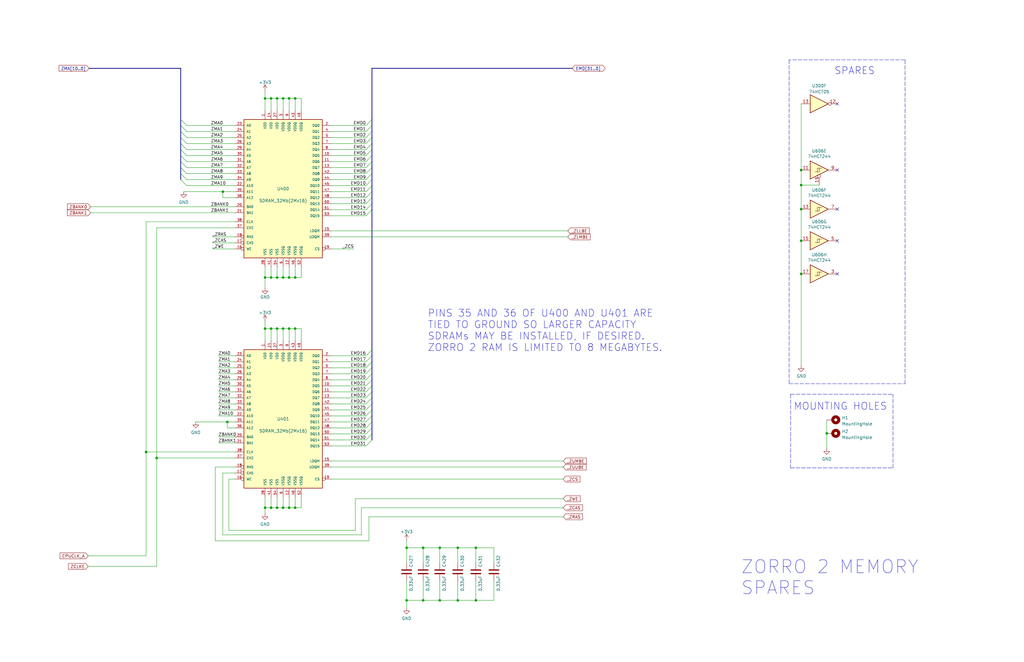
<source format=kicad_sch>
(kicad_sch (version 20211123) (generator eeschema)
  (paper "B")
  (title_block (title "Amiga N2630") (date "2022-05-25") (rev "1.1"))
  (lib_symbols
    (symbol "74xx:74LS05" (pin_names (offset 1.016))
      (property "Reference" "U" (at 0 1.27 0))
      (property "Value" "74LS05" (at 0 -1.27 0))
      (symbol "74LS05_1_0"
        (polyline (pts (xy -3.81 3.81) (xy -3.81 -3.81) (xy 3.81 0) (xy -3.81 3.81)) (stroke (width 0.254)) (fill (type background)))
        (pin input line (at -7.62 0 0) (length 3.81) (name "~") (number "1"))
        (pin open_collector inverted (at 7.62 0 180) (length 3.81) (name "~") (number "2"))
      )
      (symbol "74LS05_2_0"
        (polyline (pts (xy -3.81 3.81) (xy -3.81 -3.81) (xy 3.81 0) (xy -3.81 3.81)) (stroke (width 0.254)) (fill (type background)))
        (pin input line (at -7.62 0 0) (length 3.81) (name "~") (number "3"))
        (pin open_collector inverted (at 7.62 0 180) (length 3.81) (name "~") (number "4"))
      )
      (symbol "74LS05_3_0"
        (polyline (pts (xy -3.81 3.81) (xy -3.81 -3.81) (xy 3.81 0) (xy -3.81 3.81)) (stroke (width 0.254)) (fill (type background)))
        (pin input line (at -7.62 0 0) (length 3.81) (name "~") (number "5"))
        (pin open_collector inverted (at 7.62 0 180) (length 3.81) (name "~") (number "6"))
      )
      (symbol "74LS05_4_0"
        (polyline (pts (xy -3.81 3.81) (xy -3.81 -3.81) (xy 3.81 0) (xy -3.81 3.81)) (stroke (width 0.254)) (fill (type background)))
        (pin open_collector inverted (at 7.62 0 180) (length 3.81) (name "~") (number "8"))
        (pin input line (at -7.62 0 0) (length 3.81) (name "~") (number "9"))
      )
      (symbol "74LS05_5_0"
        (polyline (pts (xy -3.81 3.81) (xy -3.81 -3.81) (xy 3.81 0) (xy -3.81 3.81)) (stroke (width 0.254)) (fill (type background)))
        (pin open_collector inverted (at 7.62 0 180) (length 3.81) (name "~") (number "10"))
        (pin input line (at -7.62 0 0) (length 3.81) (name "~") (number "11"))
      )
      (symbol "74LS05_6_0"
        (polyline (pts (xy -3.81 3.81) (xy -3.81 -3.81) (xy 3.81 0) (xy -3.81 3.81)) (stroke (width 0.254)) (fill (type background)))
        (pin open_collector inverted (at 7.62 0 180) (length 3.81) (name "~") (number "12"))
        (pin input line (at -7.62 0 0) (length 3.81) (name "~") (number "13"))
      )
      (symbol "74LS05_7_0"
        (pin power_in line (at 0 12.7 270) (length 5.08) (name "VCC") (number "14"))
        (pin power_in line (at 0 -12.7 90) (length 5.08) (name "GND") (number "7"))
      )
      (symbol "74LS05_7_1"
        (rectangle (start -5.08 7.62) (end 5.08 -7.62) (stroke (width 0.254)) (fill (type background)))
      )
    )
    (symbol "74xx:74LS244_Split"
      (property "Reference" "U" (at 0 1.27 0))
      (property "Value" "74LS244_Split" (at 0 -1.27 0))
      (symbol "74LS244_Split_1_0"
        (polyline (pts (xy -3.81 3.81) (xy -3.81 -3.81) (xy 3.81 0) (xy -3.81 3.81)) (stroke (width 0.254)) (fill (type background)))
        (pin input inverted (at 0 -6.35 90) (length 4.445) (name "~") (number "1"))
        (pin tri_state line (at 7.62 0 180) (length 3.81) (name "~") (number "18"))
        (pin input line (at -7.62 0 0) (length 3.81) (name "~") (number "2"))
      )
      (symbol "74LS244_Split_1_1"
        (polyline (pts (xy 0 0.762) (xy 0 -0.762) (xy -1.778 -0.762)))
        (polyline (pts (xy 1.016 0.762) (xy -0.762 0.762) (xy -0.762 -0.762)))
      )
      (symbol "74LS244_Split_2_0"
        (polyline (pts (xy -3.81 3.81) (xy -3.81 -3.81) (xy 3.81 0) (xy -3.81 3.81)) (stroke (width 0.254)) (fill (type background)))
        (pin tri_state line (at 7.62 0 180) (length 3.81) (name "~") (number "16"))
        (pin input line (at -7.62 0 0) (length 3.81) (name "~") (number "4"))
      )
      (symbol "74LS244_Split_2_1"
        (polyline (pts (xy 0 0.762) (xy 0 -0.762) (xy -1.778 -0.762)))
        (polyline (pts (xy 1.016 0.762) (xy -0.762 0.762) (xy -0.762 -0.762)))
      )
      (symbol "74LS244_Split_3_0"
        (polyline (pts (xy -3.81 3.81) (xy -3.81 -3.81) (xy 3.81 0) (xy -3.81 3.81)) (stroke (width 0.254)) (fill (type background)))
        (pin tri_state line (at 7.62 0 180) (length 3.81) (name "~") (number "14"))
        (pin input line (at -7.62 0 0) (length 3.81) (name "~") (number "6"))
      )
      (symbol "74LS244_Split_3_1"
        (polyline (pts (xy 0 0.762) (xy 0 -0.762) (xy -1.778 -0.762)))
        (polyline (pts (xy 1.016 0.762) (xy -0.762 0.762) (xy -0.762 -0.762)))
      )
      (symbol "74LS244_Split_4_0"
        (polyline (pts (xy -3.81 3.81) (xy -3.81 -3.81) (xy 3.81 0) (xy -3.81 3.81)) (stroke (width 0.254)) (fill (type background)))
        (pin tri_state line (at 7.62 0 180) (length 3.81) (name "~") (number "12"))
        (pin input line (at -7.62 0 0) (length 3.81) (name "~") (number "8"))
      )
      (symbol "74LS244_Split_4_1"
        (polyline (pts (xy 0 0.762) (xy 0 -0.762) (xy -1.778 -0.762)))
        (polyline (pts (xy 1.016 0.762) (xy -0.762 0.762) (xy -0.762 -0.762)))
      )
      (symbol "74LS244_Split_5_0"
        (polyline (pts (xy -3.81 3.81) (xy -3.81 -3.81) (xy 3.81 0) (xy -3.81 3.81)) (stroke (width 0.254)) (fill (type background)))
        (pin input line (at -7.62 0 0) (length 3.81) (name "~") (number "11"))
        (pin input inverted (at 0 -6.35 90) (length 4.445) (name "~") (number "19"))
        (pin tri_state line (at 7.62 0 180) (length 3.81) (name "~") (number "9"))
      )
      (symbol "74LS244_Split_5_1"
        (polyline (pts (xy 0 0.762) (xy 0 -0.762) (xy -1.778 -0.762)))
        (polyline (pts (xy 1.016 0.762) (xy -0.762 0.762) (xy -0.762 -0.762)))
      )
      (symbol "74LS244_Split_6_0"
        (polyline (pts (xy -3.81 3.81) (xy -3.81 -3.81) (xy 3.81 0) (xy -3.81 3.81)) (stroke (width 0.254)) (fill (type background)))
        (pin input line (at -7.62 0 0) (length 3.81) (name "~") (number "13"))
        (pin tri_state line (at 7.62 0 180) (length 3.81) (name "~") (number "7"))
      )
      (symbol "74LS244_Split_6_1"
        (polyline (pts (xy 0 0.762) (xy 0 -0.762) (xy -1.778 -0.762)))
        (polyline (pts (xy 1.016 0.762) (xy -0.762 0.762) (xy -0.762 -0.762)))
      )
      (symbol "74LS244_Split_7_0"
        (polyline (pts (xy -3.81 3.81) (xy -3.81 -3.81) (xy 3.81 0) (xy -3.81 3.81)) (stroke (width 0.254)) (fill (type background)))
        (pin input line (at -7.62 0 0) (length 3.81) (name "~") (number "15"))
        (pin tri_state line (at 7.62 0 180) (length 3.81) (name "~") (number "5"))
      )
      (symbol "74LS244_Split_7_1"
        (polyline (pts (xy 0 0.762) (xy 0 -0.762) (xy -1.778 -0.762)))
        (polyline (pts (xy 1.016 0.762) (xy -0.762 0.762) (xy -0.762 -0.762)))
      )
      (symbol "74LS244_Split_8_0"
        (polyline (pts (xy -3.81 3.81) (xy -3.81 -3.81) (xy 3.81 0) (xy -3.81 3.81)) (stroke (width 0.254)) (fill (type background)))
        (pin input line (at -7.62 0 0) (length 3.81) (name "~") (number "17"))
        (pin tri_state line (at 7.62 0 180) (length 3.81) (name "~") (number "3"))
      )
      (symbol "74LS244_Split_8_1"
        (polyline (pts (xy 0 0.762) (xy 0 -0.762) (xy -1.778 -0.762)))
        (polyline (pts (xy 1.016 0.762) (xy -0.762 0.762) (xy -0.762 -0.762)))
      )
      (symbol "74LS244_Split_9_0"
        (pin power_in line (at 0 -12.7 90) (length 5.08) (name "GND") (number "10"))
        (pin power_in line (at 0 12.7 270) (length 5.08) (name "VCC") (number "20"))
      )
      (symbol "74LS244_Split_9_1"
        (rectangle (start -5.08 7.62) (end 5.08 -7.62) (stroke (width 0.254)) (fill (type background)))
      )
    )
    (symbol "Device:C" (pin_numbers hide) (pin_names (offset 0.254))
      (property "Reference" "C" (at 0.635 2.54 0))
      (property "Value" "C" (at 0.635 -2.54 0))
      (symbol "C_0_1"
        (polyline (pts (xy -2.032 -0.762) (xy 2.032 -0.762)) (stroke (width 0.508)))
        (polyline (pts (xy -2.032 0.762) (xy 2.032 0.762)) (stroke (width 0.508)))
      )
      (symbol "C_1_1"
        (pin passive line (at 0 3.81 270) (length 2.794) (name "~") (number "1"))
        (pin passive line (at 0 -3.81 90) (length 2.794) (name "~") (number "2"))
      )
    )
    (symbol "Mechanical:MountingHole_Pad" (pin_numbers hide) (pin_names (offset 1.016) hide)
      (property "Reference" "H" (at 0 6.35 0))
      (property "Value" "MountingHole_Pad" (at 0 4.445 0))
      (symbol "MountingHole_Pad_0_1"
        (circle (center 0 1.27) (radius 1.27) (stroke (width 1.27)))
      )
      (symbol "MountingHole_Pad_1_1"
        (pin input line (at 0 -2.54 90) (length 2.54) (name "1") (number "1"))
      )
    )
    (symbol "N2630:SDRAM_256MB(16Mx16)" (pin_names (offset 1.016))
      (property "Reference" "U" (at -1.27 3.81 0))
      (property "Value" "SDRAM_256MB(16Mx16)" (at 0 -3.81 0))
      (symbol "SDRAM_256MB(16Mx16)_0_0"
        (pin input line (at -20.32 -3.81 0) (length 3.81) (name "A12") (number "36"))
      )
      (symbol "SDRAM_256MB(16Mx16)_0_1"
        (rectangle (start -16.51 29.21) (end 16.51 -29.21) (stroke (width 0.254)) (fill (type background)))
      )
      (symbol "SDRAM_256MB(16Mx16)_1_1"
        (pin power_in line (at -7.62 33.02 270) (length 3.81) (name "VDD") (number "1"))
        (pin bidirectional line (at 20.32 13.97 180) (length 3.81) (name "DQ5") (number "10"))
        (pin bidirectional line (at 20.32 11.43 180) (length 3.81) (name "DQ6") (number "11"))
        (pin power_in line (at 2.54 -33.02 90) (length 3.81) (name "VSSQ") (number "12"))
        (pin bidirectional line (at 20.32 8.89 180) (length 3.81) (name "DQ7") (number "13"))
        (pin power_in line (at -5.08 33.02 270) (length 3.81) (name "VDD") (number "14"))
        (pin input line (at 20.32 -17.78 180) (length 3.81) (name "LDQM") (number "15"))
        (pin input inverted (at -20.32 -25.4 0) (length 3.81) (name "WE") (number "16"))
        (pin input inverted (at -20.32 -22.86 0) (length 3.81) (name "CAS") (number "17"))
        (pin input inverted (at -20.32 -20.32 0) (length 3.81) (name "RAS") (number "18"))
        (pin input inverted (at 20.32 -25.4 180) (length 3.81) (name "CS") (number "19"))
        (pin bidirectional line (at 20.32 26.67 180) (length 3.81) (name "DQ0") (number "2"))
        (pin input line (at -20.32 -7.62 0) (length 3.81) (name "BA0") (number "20"))
        (pin input line (at -20.32 -10.16 0) (length 3.81) (name "BA1") (number "21"))
        (pin input line (at -20.32 1.27 0) (length 3.81) (name "A10") (number "22"))
        (pin input line (at -20.32 26.67 0) (length 3.81) (name "A0") (number "23"))
        (pin input line (at -20.32 24.13 0) (length 3.81) (name "A1") (number "24"))
        (pin input line (at -20.32 21.59 0) (length 3.81) (name "A2") (number "25"))
        (pin input line (at -20.32 19.05 0) (length 3.81) (name "A3") (number "26"))
        (pin power_in line (at -2.54 33.02 270) (length 3.81) (name "VDD") (number "27"))
        (pin power_in line (at -7.62 -33.02 90) (length 3.81) (name "VSS") (number "28"))
        (pin input line (at -20.32 16.51 0) (length 3.81) (name "A4") (number "29"))
        (pin power_in line (at 0 33.02 270) (length 3.81) (name "VDDQ") (number "3"))
        (pin input line (at -20.32 13.97 0) (length 3.81) (name "A5") (number "30"))
        (pin input line (at -20.32 11.43 0) (length 3.81) (name "A6") (number "31"))
        (pin input line (at -20.32 8.89 0) (length 3.81) (name "A7") (number "32"))
        (pin input line (at -20.32 6.35 0) (length 3.81) (name "A8") (number "33"))
        (pin input line (at -20.32 3.81 0) (length 3.81) (name "A9") (number "34"))
        (pin input line (at -20.32 -1.27 0) (length 3.81) (name "A11") (number "35"))
        (pin input line (at -20.32 -16.51 0) (length 3.81) (name "CKE") (number "37"))
        (pin input line (at -20.32 -13.97 0) (length 3.81) (name "CLK") (number "38"))
        (pin input line (at 20.32 -20.32 180) (length 3.81) (name "UDQM") (number "39"))
        (pin bidirectional line (at 20.32 24.13 180) (length 3.81) (name "DQ1") (number "4"))
        (pin power_in line (at -5.08 -33.02 90) (length 3.81) (name "VSS") (number "41"))
        (pin bidirectional line (at 20.32 6.35 180) (length 3.81) (name "DQ8") (number "42"))
        (pin power_in line (at 5.08 33.02 270) (length 3.81) (name "VDDQ") (number "43"))
        (pin bidirectional line (at 20.32 3.81 180) (length 3.81) (name "DQ9") (number "44"))
        (pin bidirectional line (at 20.32 1.27 180) (length 3.81) (name "DQ10") (number "45"))
        (pin power_in line (at 5.08 -33.02 90) (length 3.81) (name "VSSQ") (number "46"))
        (pin bidirectional line (at 20.32 -1.27 180) (length 3.81) (name "DQ11") (number "47"))
        (pin bidirectional line (at 20.32 -3.81 180) (length 3.81) (name "DQ12") (number "48"))
        (pin power_in line (at 7.62 33.02 270) (length 3.81) (name "VDDQ") (number "49"))
        (pin bidirectional line (at 20.32 21.59 180) (length 3.81) (name "DQ2") (number "5"))
        (pin bidirectional line (at 20.32 -6.35 180) (length 3.81) (name "DQ13") (number "50"))
        (pin bidirectional line (at 20.32 -8.89 180) (length 3.81) (name "DQ14") (number "51"))
        (pin power_in line (at 7.62 -33.02 90) (length 3.81) (name "VSSQ") (number "52"))
        (pin bidirectional line (at 20.32 -11.43 180) (length 3.81) (name "DQ15") (number "53"))
        (pin power_in line (at -2.54 -33.02 90) (length 3.81) (name "VSS") (number "54"))
        (pin power_in line (at 0 -33.02 90) (length 3.81) (name "VSSQ") (number "6"))
        (pin bidirectional line (at 20.32 19.05 180) (length 3.81) (name "DQ3") (number "7"))
        (pin bidirectional line (at 20.32 16.51 180) (length 3.81) (name "DQ4") (number "8"))
        (pin power_in line (at 2.54 33.02 270) (length 3.81) (name "VDDQ") (number "9"))
      )
    )
    (symbol "power:+3.3V" (power) (pin_names (offset 0))
      (property "Value" "+3.3V" (at 0 3.556 0))
      (symbol "+3.3V_0_1"
        (polyline (pts (xy -0.762 1.27) (xy 0 2.54)))
        (polyline (pts (xy 0 0) (xy 0 2.54)))
        (polyline (pts (xy 0 2.54) (xy 0.762 1.27)))
      )
      (symbol "+3.3V_1_1"
        (pin power_in line (at 0 0 90) (length 0) hide (name "+3V3") (number "1"))
      )
    )
    (symbol "power:GND" (power) (pin_names (offset 0))
      (property "Value" "GND" (at 0 -3.81 0))
      (symbol "GND_0_1"
        (polyline (pts (xy 0 0) (xy 0 -1.27) (xy 1.27 -1.27) (xy 0 -2.54) (xy -1.27 -1.27) (xy 0 -1.27)))
      )
      (symbol "GND_1_1"
        (pin power_in line (at 0 0 270) (length 0) hide (name "GND") (number "1"))
      )
    )
  )
  (junction (at 171.45 253.365))
  (junction (at 119.38 138.684))
  (junction (at 121.92 41.529))
  (junction (at 111.76 117.094))
  (junction (at 111.76 138.684))
  (junction (at 171.45 231.14))
  (junction (at 193.04 231.14))
  (junction (at 124.46 41.529))
  (junction (at 178.435 231.14))
  (junction (at 95.885 178.054))
  (junction (at 114.3 214.249))
  (junction (at 114.3 117.094))
  (junction (at 111.76 41.529))
  (junction (at 116.84 41.529))
  (junction (at 337.82 78.105))
  (junction (at 93.98 80.899))
  (junction (at 178.435 253.365))
  (junction (at 114.3 138.684))
  (junction (at 200.66 253.365))
  (junction (at 337.82 101.6))
  (junction (at 121.92 138.684))
  (junction (at 61.595 190.754))
  (junction (at 119.38 117.094))
  (junction (at 116.84 117.094))
  (junction (at 114.3 41.529))
  (junction (at 116.84 214.249))
  (junction (at 116.84 138.684))
  (junction (at 124.46 138.684))
  (junction (at 124.46 117.094))
  (junction (at 124.46 214.249))
  (junction (at 185.42 253.365))
  (junction (at 348.615 182.88))
  (junction (at 337.82 115.57))
  (junction (at 337.82 71.755))
  (junction (at 337.82 88.265))
  (junction (at 119.38 41.529))
  (junction (at 200.66 231.14))
  (junction (at 119.38 214.249))
  (junction (at 111.76 214.249))
  (junction (at 66.04 193.294))
  (junction (at 121.92 214.249))
  (junction (at 121.92 117.094))
  (junction (at 185.42 231.14))
  (junction (at 193.04 253.365))
  (no_connect (at 353.06 71.755))
  (no_connect (at 353.06 115.57))
  (no_connect (at 353.06 88.265))
  (no_connect (at 353.06 101.6))
  (no_connect (at 353.06 43.815))
  (bus_entry (at 154.305 152.654) (size 2.54 -2.54))
  (bus_entry (at 154.305 55.499) (size 2.54 -2.54))
  (bus_entry (at 154.305 175.514) (size 2.54 -2.54))
  (bus_entry (at 154.305 185.674) (size 2.54 -2.54))
  (bus_entry (at 154.305 65.659) (size 2.54 -2.54))
  (bus_entry (at 154.305 91.059) (size 2.54 -2.54))
  (bus_entry (at 154.305 157.734) (size 2.54 -2.54))
  (bus_entry (at 154.305 75.819) (size 2.54 -2.54))
  (bus_entry (at 154.305 188.214) (size 2.54 -2.54))
  (bus_entry (at 154.305 70.739) (size 2.54 -2.54))
  (bus_entry (at 154.305 165.354) (size 2.54 -2.54))
  (bus_entry (at 154.305 178.054) (size 2.54 -2.54))
  (bus_entry (at 154.305 80.899) (size 2.54 -2.54))
  (bus_entry (at 154.305 160.274) (size 2.54 -2.54))
  (bus_entry (at 154.305 162.814) (size 2.54 -2.54))
  (bus_entry (at 154.305 68.199) (size 2.54 -2.54))
  (bus_entry (at 154.305 58.039) (size 2.54 -2.54))
  (bus_entry (at 154.305 183.134) (size 2.54 -2.54))
  (bus_entry (at 154.305 85.979) (size 2.54 -2.54))
  (bus_entry (at 154.305 170.434) (size 2.54 -2.54))
  (bus_entry (at 154.432 150.114) (size 2.54 -2.54))
  (bus_entry (at 154.305 155.194) (size 2.54 -2.54))
  (bus_entry (at 154.305 180.594) (size 2.54 -2.54))
  (bus_entry (at 154.305 60.579) (size 2.54 -2.54))
  (bus_entry (at 154.305 73.279) (size 2.54 -2.54))
  (bus_entry (at 154.305 172.974) (size 2.54 -2.54))
  (bus_entry (at 154.305 88.519) (size 2.54 -2.54))
  (bus_entry (at 154.305 83.439) (size 2.54 -2.54))
  (bus_entry (at 154.305 52.959) (size 2.54 -2.54))
  (bus_entry (at 78.74 52.959) (size -2.54 -2.54))
  (bus_entry (at 78.74 55.499) (size -2.54 -2.54))
  (bus_entry (at 78.74 58.039) (size -2.54 -2.54))
  (bus_entry (at 78.74 60.579) (size -2.54 -2.54))
  (bus_entry (at 78.74 63.119) (size -2.54 -2.54))
  (bus_entry (at 78.74 70.739) (size -2.54 -2.54))
  (bus_entry (at 78.74 73.279) (size -2.54 -2.54))
  (bus_entry (at 78.74 75.819) (size -2.54 -2.54))
  (bus_entry (at 78.74 78.359) (size -2.54 -2.54))
  (bus_entry (at 78.74 68.199) (size -2.54 -2.54))
  (bus_entry (at 78.74 65.659) (size -2.54 -2.54))
  (bus_entry (at 154.305 78.359) (size 2.54 -2.54))
  (bus_entry (at 154.305 167.894) (size 2.54 -2.54))
  (bus_entry (at 154.305 63.119) (size 2.54 -2.54))
  (wire (pts (xy 92.075 165.354) (xy 99.06 165.354)))
  (wire (pts (xy 345.44 78.105) (xy 337.82 78.105)))
  (wire (pts (xy 139.7 162.814) (xy 154.305 162.814)))
  (wire (pts (xy 66.04 193.294) (xy 66.04 96.139)))
  (wire (pts (xy 93.98 199.644) (xy 93.98 225.679)))
  (wire (pts (xy 337.82 78.105) (xy 337.82 88.265)))
  (wire (pts (xy 78.74 58.039) (xy 99.06 58.039)))
  (wire (pts (xy 111.76 214.249) (xy 114.3 214.249)))
  (bus (pts (xy 156.845 85.979) (xy 156.845 83.439)))
  (wire (pts (xy 337.82 88.265) (xy 337.82 101.6)))
  (wire (pts (xy 139.7 160.274) (xy 154.305 160.274)))
  (wire (pts (xy 208.28 253.365) (xy 208.28 245.11)))
  (wire (pts (xy 121.92 138.684) (xy 121.92 143.764)))
  (wire (pts (xy 92.075 172.974) (xy 99.06 172.974)))
  (wire (pts (xy 121.92 209.804) (xy 121.92 214.249)))
  (wire (pts (xy 114.3 41.529) (xy 116.84 41.529)))
  (wire (pts (xy 127 209.804) (xy 127 214.249)))
  (wire (pts (xy 78.74 78.359) (xy 99.06 78.359)))
  (wire (pts (xy 139.7 172.974) (xy 154.305 172.974)))
  (wire (pts (xy 139.7 180.594) (xy 154.305 180.594)))
  (wire (pts (xy 119.38 117.094) (xy 121.92 117.094)))
  (wire (pts (xy 116.84 138.684) (xy 116.84 143.764)))
  (wire (pts (xy 149.86 210.439) (xy 237.49 210.439)))
  (wire (pts (xy 114.3 138.684) (xy 116.84 138.684)))
  (wire (pts (xy 78.74 70.739) (xy 99.06 70.739)))
  (wire (pts (xy 124.46 112.649) (xy 124.46 117.094)))
  (wire (pts (xy 121.92 214.249) (xy 124.46 214.249)))
  (wire (pts (xy 116.84 112.649) (xy 116.84 117.094)))
  (wire (pts (xy 119.38 214.249) (xy 121.92 214.249)))
  (wire (pts (xy 96.52 223.774) (xy 149.86 223.774)))
  (wire (pts (xy 171.45 253.365) (xy 171.45 256.54)))
  (bus (pts (xy 37.592 28.829) (xy 76.2 28.829)))
  (bus (pts (xy 156.845 28.829) (xy 241.3 28.829)))
  (bus (pts (xy 76.2 68.199) (xy 76.2 65.659)))
  (bus (pts (xy 156.845 160.274) (xy 156.845 157.734)))
  (wire (pts (xy 111.76 46.609) (xy 111.76 41.529)))
  (bus (pts (xy 156.845 55.499) (xy 156.845 52.959)))
  (wire (pts (xy 95.885 178.054) (xy 99.06 178.054)))
  (bus (pts (xy 156.845 83.439) (xy 156.845 80.899)))
  (wire (pts (xy 171.45 253.365) (xy 178.435 253.365)))
  (wire (pts (xy 139.7 105.029) (xy 149.225 105.029)))
  (wire (pts (xy 78.74 73.279) (xy 99.06 73.279)))
  (bus (pts (xy 76.2 70.739) (xy 76.2 68.199)))
  (wire (pts (xy 208.28 231.14) (xy 200.66 231.14)))
  (wire (pts (xy 139.7 91.059) (xy 154.305 91.059)))
  (wire (pts (xy 139.7 185.674) (xy 154.305 185.674)))
  (wire (pts (xy 200.66 253.365) (xy 200.66 245.11)))
  (wire (pts (xy 193.04 237.49) (xy 193.04 231.14)))
  (wire (pts (xy 139.7 157.734) (xy 154.305 157.734)))
  (wire (pts (xy 337.82 43.815) (xy 337.82 71.755)))
  (wire (pts (xy 96.52 202.184) (xy 96.52 223.774)))
  (wire (pts (xy 99.06 93.599) (xy 61.595 93.599)))
  (wire (pts (xy 193.04 253.365) (xy 200.66 253.365)))
  (wire (pts (xy 124.46 138.684) (xy 124.46 143.764)))
  (wire (pts (xy 152.4 225.679) (xy 152.4 214.249)))
  (wire (pts (xy 78.74 52.959) (xy 99.06 52.959)))
  (bus (pts (xy 156.845 52.959) (xy 156.845 50.419)))
  (bus (pts (xy 156.845 178.054) (xy 156.845 175.514)))
  (wire (pts (xy 111.76 117.094) (xy 111.76 121.539)))
  (bus (pts (xy 156.845 185.674) (xy 156.845 183.134)))
  (wire (pts (xy 337.82 115.57) (xy 337.82 154.305)))
  (wire (pts (xy 139.7 167.894) (xy 154.305 167.894)))
  (bus (pts (xy 76.2 55.499) (xy 76.2 52.959)))
  (wire (pts (xy 139.7 152.654) (xy 154.305 152.654)))
  (wire (pts (xy 92.075 157.734) (xy 99.06 157.734)))
  (wire (pts (xy 200.66 231.14) (xy 193.04 231.14)))
  (wire (pts (xy 111.76 209.804) (xy 111.76 214.249)))
  (wire (pts (xy 139.7 65.659) (xy 154.305 65.659)))
  (wire (pts (xy 78.74 65.659) (xy 99.06 65.659)))
  (wire (pts (xy 116.84 138.684) (xy 119.38 138.684)))
  (wire (pts (xy 78.74 55.499) (xy 99.06 55.499)))
  (wire (pts (xy 99.06 199.644) (xy 93.98 199.644)))
  (wire (pts (xy 114.3 117.094) (xy 116.84 117.094)))
  (wire (pts (xy 139.7 78.359) (xy 154.305 78.359)))
  (bus (pts (xy 156.845 183.134) (xy 156.845 180.594)))
  (wire (pts (xy 90.805 228.219) (xy 155.575 228.219)))
  (polyline (pts (xy 332.74 25.273) (xy 332.74 161.925)))
  (bus (pts (xy 156.845 78.359) (xy 156.845 75.819)))
  (wire (pts (xy 92.075 160.274) (xy 99.06 160.274)))
  (polyline (pts (xy 376.555 197.485) (xy 376.555 166.37)))
  (bus (pts (xy 156.845 58.039) (xy 156.845 55.499)))
  (bus (pts (xy 156.845 165.354) (xy 156.845 162.814)))
  (wire (pts (xy 124.46 138.684) (xy 127 138.684)))
  (wire (pts (xy 178.435 245.11) (xy 178.435 253.365)))
  (bus (pts (xy 156.845 155.194) (xy 156.845 152.654)))
  (wire (pts (xy 61.595 93.599) (xy 61.595 190.754)))
  (wire (pts (xy 61.595 190.754) (xy 61.595 234.569)))
  (wire (pts (xy 139.7 85.979) (xy 154.305 85.979)))
  (bus (pts (xy 156.845 80.899) (xy 156.845 78.359)))
  (wire (pts (xy 200.66 253.365) (xy 208.28 253.365)))
  (polyline (pts (xy 381.635 25.273) (xy 332.74 25.273)))
  (wire (pts (xy 139.7 150.114) (xy 154.432 150.114)))
  (wire (pts (xy 139.7 55.499) (xy 154.305 55.499)))
  (wire (pts (xy 139.7 60.579) (xy 154.305 60.579)))
  (polyline (pts (xy 333.375 166.37) (xy 333.375 197.485)))
  (wire (pts (xy 139.7 73.279) (xy 154.305 73.279)))
  (wire (pts (xy 178.435 253.365) (xy 185.42 253.365)))
  (bus (pts (xy 156.845 73.279) (xy 156.845 70.739)))
  (wire (pts (xy 93.98 83.439) (xy 93.98 80.899)))
  (bus (pts (xy 156.845 175.514) (xy 156.845 172.974)))
  (wire (pts (xy 152.4 214.249) (xy 237.49 214.249)))
  (wire (pts (xy 127 138.684) (xy 127 143.764)))
  (wire (pts (xy 78.74 63.119) (xy 99.06 63.119)))
  (bus (pts (xy 76.2 52.959) (xy 76.2 50.419)))
  (wire (pts (xy 89.535 105.029) (xy 99.06 105.029)))
  (wire (pts (xy 92.075 184.404) (xy 99.06 184.404)))
  (wire (pts (xy 139.7 197.104) (xy 237.49 197.104)))
  (wire (pts (xy 111.76 41.529) (xy 114.3 41.529)))
  (wire (pts (xy 92.075 186.944) (xy 99.06 186.944)))
  (wire (pts (xy 119.38 112.649) (xy 119.38 117.094)))
  (wire (pts (xy 89.535 102.489) (xy 99.06 102.489)))
  (wire (pts (xy 111.76 117.094) (xy 114.3 117.094)))
  (wire (pts (xy 116.84 117.094) (xy 119.38 117.094)))
  (wire (pts (xy 139.7 194.564) (xy 237.49 194.564)))
  (wire (pts (xy 61.595 190.754) (xy 99.06 190.754)))
  (wire (pts (xy 114.3 112.649) (xy 114.3 117.094)))
  (wire (pts (xy 171.45 245.11) (xy 171.45 253.365)))
  (wire (pts (xy 114.3 214.249) (xy 116.84 214.249)))
  (wire (pts (xy 139.7 165.354) (xy 154.305 165.354)))
  (wire (pts (xy 116.84 41.529) (xy 116.84 46.609)))
  (wire (pts (xy 139.7 68.199) (xy 154.305 68.199)))
  (wire (pts (xy 92.075 150.114) (xy 99.06 150.114)))
  (wire (pts (xy 111.76 214.249) (xy 111.76 216.789)))
  (wire (pts (xy 139.7 63.119) (xy 154.305 63.119)))
  (wire (pts (xy 119.38 138.684) (xy 121.92 138.684)))
  (wire (pts (xy 139.7 58.039) (xy 154.305 58.039)))
  (wire (pts (xy 139.7 183.134) (xy 154.305 183.134)))
  (bus (pts (xy 156.845 180.594) (xy 156.845 178.054)))
  (wire (pts (xy 124.46 41.529) (xy 124.46 46.609)))
  (wire (pts (xy 66.04 193.294) (xy 99.06 193.294)))
  (wire (pts (xy 119.38 41.529) (xy 119.38 46.609)))
  (wire (pts (xy 193.04 253.365) (xy 193.04 245.11)))
  (wire (pts (xy 178.435 231.14) (xy 178.435 237.49)))
  (wire (pts (xy 111.76 135.509) (xy 111.76 138.684)))
  (wire (pts (xy 111.76 112.649) (xy 111.76 117.094)))
  (wire (pts (xy 99.06 197.104) (xy 90.805 197.104)))
  (wire (pts (xy 78.74 60.579) (xy 99.06 60.579)))
  (wire (pts (xy 139.7 202.184) (xy 237.49 202.184)))
  (wire (pts (xy 139.7 178.054) (xy 154.305 178.054)))
  (wire (pts (xy 139.7 83.439) (xy 154.305 83.439)))
  (bus (pts (xy 156.845 152.654) (xy 156.845 150.114)))
  (wire (pts (xy 348.615 177.165) (xy 348.615 182.88)))
  (wire (pts (xy 139.7 88.519) (xy 154.305 88.519)))
  (wire (pts (xy 337.82 71.755) (xy 337.82 78.105)))
  (wire (pts (xy 99.06 180.594) (xy 95.885 180.594)))
  (bus (pts (xy 76.2 58.039) (xy 76.2 55.499)))
  (wire (pts (xy 185.42 231.14) (xy 178.435 231.14)))
  (wire (pts (xy 111.76 38.354) (xy 111.76 41.529)))
  (wire (pts (xy 92.075 162.814) (xy 99.06 162.814)))
  (wire (pts (xy 139.7 155.194) (xy 154.305 155.194)))
  (wire (pts (xy 200.66 237.49) (xy 200.66 231.14)))
  (bus (pts (xy 156.845 167.894) (xy 156.845 165.354)))
  (bus (pts (xy 156.845 172.974) (xy 156.845 170.434)))
  (wire (pts (xy 208.28 237.49) (xy 208.28 231.14)))
  (wire (pts (xy 185.42 245.11) (xy 185.42 253.365)))
  (wire (pts (xy 124.46 41.529) (xy 127 41.529)))
  (wire (pts (xy 92.075 167.894) (xy 99.06 167.894)))
  (wire (pts (xy 139.7 80.899) (xy 154.305 80.899)))
  (wire (pts (xy 178.435 231.14) (xy 171.45 231.14)))
  (wire (pts (xy 139.7 97.409) (xy 239.395 97.409)))
  (wire (pts (xy 78.74 75.819) (xy 99.06 75.819)))
  (wire (pts (xy 121.92 112.649) (xy 121.92 117.094)))
  (bus (pts (xy 156.845 150.114) (xy 156.845 88.519)))
  (wire (pts (xy 149.86 223.774) (xy 149.86 210.439)))
  (wire (pts (xy 111.76 143.764) (xy 111.76 138.684)))
  (wire (pts (xy 124.46 117.094) (xy 127 117.094)))
  (wire (pts (xy 99.06 202.184) (xy 96.52 202.184)))
  (wire (pts (xy 139.7 70.739) (xy 154.305 70.739)))
  (bus (pts (xy 156.845 65.659) (xy 156.845 63.119)))
  (polyline (pts (xy 333.375 197.485) (xy 376.555 197.485)))
  (wire (pts (xy 114.3 209.804) (xy 114.3 214.249)))
  (bus (pts (xy 156.845 68.199) (xy 156.845 65.659)))
  (wire (pts (xy 99.06 83.439) (xy 93.98 83.439)))
  (bus (pts (xy 76.2 75.819) (xy 76.2 73.279)))
  (bus (pts (xy 76.2 65.659) (xy 76.2 63.119)))
  (polyline (pts (xy 332.74 161.925) (xy 381.635 161.925)))
  (wire (pts (xy 139.7 75.819) (xy 154.305 75.819)))
  (bus (pts (xy 156.845 170.434) (xy 156.845 167.894)))
  (bus (pts (xy 156.845 70.739) (xy 156.845 68.199)))
  (bus (pts (xy 76.2 60.579) (xy 76.2 58.039)))
  (wire (pts (xy 37.211 239.014) (xy 66.04 239.014)))
  (wire (pts (xy 92.075 155.194) (xy 99.06 155.194)))
  (wire (pts (xy 77.47 80.899) (xy 93.98 80.899)))
  (wire (pts (xy 121.92 41.529) (xy 124.46 41.529)))
  (wire (pts (xy 185.42 231.14) (xy 185.42 237.49)))
  (wire (pts (xy 119.38 209.804) (xy 119.38 214.249)))
  (wire (pts (xy 89.535 99.949) (xy 99.06 99.949)))
  (wire (pts (xy 337.82 101.6) (xy 337.82 115.57)))
  (wire (pts (xy 92.075 175.514) (xy 99.06 175.514)))
  (wire (pts (xy 114.3 41.529) (xy 114.3 46.609)))
  (bus (pts (xy 156.845 88.519) (xy 156.845 85.979)))
  (wire (pts (xy 116.84 209.804) (xy 116.84 214.249)))
  (wire (pts (xy 121.92 138.684) (xy 124.46 138.684)))
  (wire (pts (xy 127 112.649) (xy 127 117.094)))
  (wire (pts (xy 171.45 231.14) (xy 171.45 237.49)))
  (bus (pts (xy 156.845 75.819) (xy 156.845 73.279)))
  (wire (pts (xy 92.075 152.654) (xy 99.06 152.654)))
  (wire (pts (xy 90.805 197.104) (xy 90.805 228.219)))
  (wire (pts (xy 66.04 96.139) (xy 99.06 96.139)))
  (wire (pts (xy 124.46 209.804) (xy 124.46 214.249)))
  (bus (pts (xy 156.845 50.419) (xy 156.845 28.829)))
  (wire (pts (xy 139.7 175.514) (xy 154.305 175.514)))
  (wire (pts (xy 93.98 80.899) (xy 99.06 80.899)))
  (wire (pts (xy 127 41.529) (xy 127 46.609)))
  (wire (pts (xy 185.42 253.365) (xy 193.04 253.365)))
  (wire (pts (xy 155.575 228.219) (xy 155.575 218.059)))
  (wire (pts (xy 193.04 231.14) (xy 185.42 231.14)))
  (wire (pts (xy 121.92 41.529) (xy 121.92 46.609)))
  (wire (pts (xy 37.211 234.569) (xy 61.595 234.569)))
  (wire (pts (xy 114.3 138.684) (xy 114.3 143.764)))
  (polyline (pts (xy 333.375 166.37) (xy 376.555 166.37)))
  (wire (pts (xy 93.98 225.679) (xy 152.4 225.679)))
  (wire (pts (xy 348.615 182.88) (xy 348.615 189.23)))
  (polyline (pts (xy 381.635 161.925) (xy 381.635 25.273)))
  (bus (pts (xy 156.845 60.579) (xy 156.845 58.039)))
  (wire (pts (xy 38.227 87.249) (xy 99.06 87.249)))
  (wire (pts (xy 139.7 52.959) (xy 154.305 52.959)))
  (wire (pts (xy 116.84 41.529) (xy 119.38 41.529)))
  (bus (pts (xy 76.2 63.119) (xy 76.2 60.579)))
  (wire (pts (xy 139.7 188.214) (xy 154.305 188.214)))
  (wire (pts (xy 82.55 178.054) (xy 95.885 178.054)))
  (wire (pts (xy 95.885 178.054) (xy 95.885 180.594)))
  (wire (pts (xy 139.7 99.949) (xy 239.395 99.949)))
  (wire (pts (xy 92.075 170.434) (xy 99.06 170.434)))
  (wire (pts (xy 139.7 170.434) (xy 154.305 170.434)))
  (wire (pts (xy 155.575 218.059) (xy 237.49 218.059)))
  (bus (pts (xy 76.2 50.419) (xy 76.2 28.829)))
  (wire (pts (xy 171.45 227.965) (xy 171.45 231.14)))
  (wire (pts (xy 121.92 117.094) (xy 124.46 117.094)))
  (bus (pts (xy 156.845 157.734) (xy 156.845 155.194)))
  (wire (pts (xy 119.38 41.529) (xy 121.92 41.529)))
  (bus (pts (xy 156.845 162.814) (xy 156.845 160.274)))
  (bus (pts (xy 156.845 63.119) (xy 156.845 60.579)))
  (wire (pts (xy 119.38 138.684) (xy 119.38 143.764)))
  (bus (pts (xy 76.2 73.279) (xy 76.2 70.739)))
  (wire (pts (xy 99.06 89.789) (xy 38.227 89.789)))
  (wire (pts (xy 116.84 214.249) (xy 119.38 214.249)))
  (wire (pts (xy 111.76 138.684) (xy 114.3 138.684)))
  (wire (pts (xy 78.74 68.199) (xy 99.06 68.199)))
  (wire (pts (xy 124.46 214.249) (xy 127 214.249)))
  (wire (pts (xy 66.04 239.014) (xy 66.04 193.294)))
  (text "ZORRO 2 MEMORY\nSPARES" (at 312.42 251.46 0) (effects (font (size 5.5 5.5)) (justify left bottom)))
  (text "MOUNTING HOLES" (at 334.645 173.355 0) (effects (font (size 3 3)) (justify left bottom)))
  (text "PINS 35 AND 36 OF U400 AND U401 ARE\nTIED TO GROUND SO LARGER CAPACITY \nSDRAMs MAY BE INSTALLED, IF DESIRED.\nZORRO 2 RAM IS LIMITED TO 8 MEGABYTES." (at 180.34 148.59 0) (effects (font (size 3 3)) (justify left bottom)))
  (text "SPARES" (at 351.79 31.75 0) (effects (font (size 2.9972 2.9972)) (justify left bottom)))
  (label "ZMA8" (at 88.9 73.279 0))
  (label "ZMA1" (at 88.9 55.499 0))
  (label "EMD9" (at 154.305 75.819 180))
  (label "ZMA3" (at 92.075 157.734 0))
  (label "ZMA9" (at 88.9 75.819 0))
  (label "EMD28" (at 154.305 180.594 180))
  (label "EMD25" (at 154.305 172.974 180))
  (label "ZMA8" (at 92.075 170.434 0))
  (label "ZMA9" (at 92.075 172.974 0))
  (label "EMD7" (at 154.305 70.739 180))
  (label "ZMA10" (at 92.075 175.514 0))
  (label "ZMA2" (at 88.9 58.039 0))
  (label "ZBANK1" (at 88.9 89.789 0))
  (label "ZMA6" (at 88.9 68.199 0))
  (label "EMD6" (at 154.305 68.199 180))
  (label "EMD5" (at 154.305 65.659 180))
  (label "ZBANK1" (at 92.075 186.944 0))
  (label "ZMA3" (at 88.9 60.579 0))
  (label "ZMA2" (at 92.075 155.194 0))
  (label "EMD10" (at 154.305 78.359 180))
  (label "EMD22" (at 154.305 165.354 180))
  (label "ZMA10" (at 88.9 78.359 0))
  (label "EMD20" (at 154.305 160.274 180))
  (label "ZMA4" (at 88.9 63.119 0))
  (label "EMD27" (at 154.305 178.054 180))
  (label "ZMA5" (at 92.075 162.814 0))
  (label "EMD0" (at 154.305 52.959 180))
  (label "EMD23" (at 154.305 167.894 180))
  (label "EMD14" (at 154.305 88.519 180))
  (label "ZMA0" (at 88.9 52.959 0))
  (label "_ZRAS" (at 89.535 99.949 0))
  (label "ZMA4" (at 92.075 160.274 0))
  (label "EMD3" (at 154.305 60.579 180))
  (label "EMD18" (at 154.305 155.194 180))
  (label "EMD16" (at 154.305 150.114 180))
  (label "ZMA7" (at 88.9 70.739 0))
  (label "EMD15" (at 154.305 91.059 180))
  (label "ZMA0" (at 92.075 150.114 0))
  (label "EMD26" (at 154.305 175.514 180))
  (label "EMD13" (at 154.305 85.979 180))
  (label "EMD2" (at 154.305 58.039 180))
  (label "EMD11" (at 154.305 80.899 180))
  (label "_ZWE" (at 89.535 105.029 0))
  (label "EMD1" (at 154.305 55.499 180))
  (label "EMD30" (at 154.305 185.674 180))
  (label "ZMA1" (at 92.075 152.654 0))
  (label "EMD31" (at 154.305 188.214 180))
  (label "EMD12" (at 154.305 83.439 180))
  (label "ZBANK0" (at 92.075 184.404 0))
  (label "EMD17" (at 154.305 152.654 180))
  (label "EMD19" (at 154.305 157.734 180))
  (label "EMD21" (at 154.305 162.814 180))
  (label "EMD24" (at 154.305 170.434 180))
  (label "ZMA6" (at 92.075 165.354 0))
  (label "ZBANK0" (at 88.9 87.249 0))
  (label "ZMA5" (at 88.9 65.659 0))
  (label "EMD4" (at 154.305 63.119 180))
  (label "_ZCS" (at 149.225 105.029 180))
  (label "EMD8" (at 154.305 73.279 180))
  (label "_ZCAS" (at 89.535 102.489 0))
  (label "EMD29" (at 154.305 183.134 180))
  (label "ZMA7" (at 92.075 167.894 0))
  (global_label "EMD[31..0]" (shape bidirectional) (at 241.3 28.829 0) (property "Intersheet References" "${INTERSHEET_REFS}" (effects hide)))
  (global_label "ZCLKE" (shape input) (at 37.211 239.014 180) (property "Intersheet References" "${INTERSHEET_REFS}" (effects hide)))
  (global_label "_ZUMBE" (shape input) (at 237.49 194.564 0) (property "Intersheet References" "${INTERSHEET_REFS}" (effects hide)))
  (global_label "_ZUUBE" (shape input) (at 237.49 197.104 0) (property "Intersheet References" "${INTERSHEET_REFS}" (effects hide)))
  (global_label "_ZCS" (shape input) (at 237.49 202.184 0) (property "Intersheet References" "${INTERSHEET_REFS}" (effects hide)))
  (global_label "_ZCAS" (shape input) (at 237.49 214.249 0) (property "Intersheet References" "${INTERSHEET_REFS}" (effects hide)))
  (global_label "_ZLLBE" (shape input) (at 239.395 97.409 0) (property "Intersheet References" "${INTERSHEET_REFS}" (effects hide)))
  (global_label "ZBANK1" (shape input) (at 38.227 89.789 180) (property "Intersheet References" "${INTERSHEET_REFS}" (effects hide)))
  (global_label "_ZRAS" (shape input) (at 237.49 218.059 0) (property "Intersheet References" "${INTERSHEET_REFS}" (effects hide)))
  (global_label "ZMA[10..0]" (shape input) (at 37.592 28.829 180) (property "Intersheet References" "${INTERSHEET_REFS}" (effects hide)))
  (global_label "ZBANK0" (shape input) (at 38.227 87.249 180) (property "Intersheet References" "${INTERSHEET_REFS}" (effects hide)))
  (global_label "_ZWE" (shape input) (at 237.49 210.439 0) (property "Intersheet References" "${INTERSHEET_REFS}" (effects hide)))
  (global_label "_ZLMBE" (shape input) (at 239.395 99.949 0) (property "Intersheet References" "${INTERSHEET_REFS}" (effects hide)))
  (global_label "CPUCLK_A" (shape input) (at 37.211 234.569 180) (property "Intersheet References" "${INTERSHEET_REFS}" (effects hide)))
  (symbol (lib_id "74xx:74LS244_Split") (at 345.44 115.57 0) (unit 8)
    (property "Reference" "U606" (at 345.44 107.5182 0))
    (property "Value" "74HCT244" (at 345.44 109.8296 0))
    (property "Footprint" "Package_SO:SOIC-20W_7.5x12.8mm_P1.27mm" (effects hide))
    (property "Datasheet" "http://www.ti.com/lit/ds/symlink/sn74ls241.pdf" (effects hide))
  )
  (symbol (lib_id "74xx:74LS244_Split") (at 345.44 88.265 0) (unit 6)
    (property "Reference" "U606" (at 345.44 80.2132 0))
    (property "Value" "74HCT244" (at 345.44 82.5246 0))
    (property "Footprint" "Package_SO:SOIC-20W_7.5x12.8mm_P1.27mm" (effects hide))
    (property "Datasheet" "http://www.ti.com/lit/ds/symlink/sn74ls241.pdf" (effects hide))
  )
  (symbol (lib_id "Mechanical:MountingHole_Pad") (at 351.155 182.88 270) (unit 1)
    (property "Reference" "H2" (at 354.965 182.0453 90) (effects (justify left)))
    (property "Value" "MountingHole" (at 354.965 184.5822 90) (effects (justify left)))
    (property "Footprint" "MountingHole:MountingHole_3.2mm_M3_Pad" (effects hide))
  )
  (symbol (lib_id "power:GND") (at 171.45 256.54 0) (unit 1)
    (property "Reference" "#PWR0157" (effects hide))
    (property "Value" "GND" (at 171.45 260.9834 0))
  )
  (symbol (lib_id "Device:C") (at 178.435 241.3 0) (unit 1)
    (property "Reference" "C428" (at 180.34 239.395 90) (effects (justify left)))
    (property "Value" "0.33uF" (at 180.34 249.555 90) (effects (justify left)))
    (property "Footprint" "Capacitor_SMD:C_0805_2012Metric" (effects hide))
  )
  (symbol (lib_id "Mechanical:MountingHole_Pad") (at 351.155 177.165 270) (unit 1)
    (property "Reference" "H1" (at 354.965 176.3303 90) (effects (justify left)))
    (property "Value" "MountingHole" (at 354.965 178.8672 90) (effects (justify left)))
    (property "Footprint" "MountingHole:MountingHole_3.2mm_M3_Pad" (effects hide))
  )
  (symbol (lib_id "power:GND") (at 337.82 154.305 0) (unit 1)
    (property "Reference" "#PWR0123" (effects hide))
    (property "Value" "GND" (at 337.947 158.6992 0))
  )
  (symbol (lib_id "Device:C") (at 208.28 241.3 0) (unit 1)
    (property "Reference" "C432" (at 210.185 239.395 90) (effects (justify left)))
    (property "Value" "0.33uF" (at 210.185 249.555 90) (effects (justify left)))
    (property "Footprint" "Capacitor_SMD:C_0805_2012Metric" (effects hide))
  )
  (symbol (lib_id "Device:C") (at 171.45 241.3 0) (unit 1)
    (property "Reference" "C427" (at 173.355 239.395 90) (effects (justify left)))
    (property "Value" "0.33uF" (at 173.355 249.555 90) (effects (justify left)))
    (property "Footprint" "Capacitor_SMD:C_0805_2012Metric" (effects hide))
  )
  (symbol (lib_id "power:+3.3V") (at 111.76 38.354 0) (unit 1)
    (property "Reference" "#PWR08" (effects hide))
    (property "Value" "+3.3V" (at 111.76 34.7782 0))
  )
  (symbol (lib_id "power:+3.3V") (at 111.76 135.509 0) (unit 1)
    (property "Reference" "#PWR0158" (effects hide))
    (property "Value" "+3.3V" (at 111.76 131.9332 0))
  )
  (symbol (lib_id "power:GND") (at 111.76 121.539 0) (unit 1)
    (property "Reference" "#PWR0159" (effects hide))
    (property "Value" "GND" (at 111.76 125.349 0))
  )
  (symbol (lib_id "N2630:SDRAM_256MB(16Mx16)") (at 119.38 79.629 0) (unit 1)
    (property "Reference" "U400" (at 119.38 79.629 0))
    (property "Value" "SDRAM_32Mb(2Mx16)" (at 119.38 84.709 0))
    (property "Footprint" "Package_SO:TSOP-II-54_22.2x10.16mm_P0.8mm" (effects hide))
  )
  (symbol (lib_id "power:GND") (at 111.76 216.789 0) (unit 1)
    (property "Reference" "#PWR09" (effects hide))
    (property "Value" "GND" (at 111.76 221.2324 0))
  )
  (symbol (lib_id "Device:C") (at 185.42 241.3 0) (unit 1)
    (property "Reference" "C429" (at 187.325 239.395 90) (effects (justify left)))
    (property "Value" "0.33uF" (at 187.325 249.555 90) (effects (justify left)))
    (property "Footprint" "Capacitor_SMD:C_0805_2012Metric" (effects hide))
  )
  (symbol (lib_id "74xx:74LS244_Split") (at 345.44 101.6 0) (unit 7)
    (property "Reference" "U606" (at 345.44 93.5482 0))
    (property "Value" "74HCT244" (at 345.44 95.8596 0))
    (property "Footprint" "Package_SO:SOIC-20W_7.5x12.8mm_P1.27mm" (effects hide))
    (property "Datasheet" "http://www.ti.com/lit/ds/symlink/sn74ls241.pdf" (effects hide))
  )
  (symbol (lib_id "power:GND") (at 348.615 189.23 0) (unit 1)
    (property "Reference" "#PWR0197" (effects hide))
    (property "Value" "GND" (at 348.615 193.6734 0))
  )
  (symbol (lib_id "N2630:SDRAM_256MB(16Mx16)") (at 119.38 176.784 0) (unit 1)
    (property "Reference" "U401" (at 119.38 176.784 0))
    (property "Value" "SDRAM_32Mb(2Mx16)" (at 119.38 181.864 0))
    (property "Footprint" "Package_SO:TSOP-II-54_22.2x10.16mm_P0.8mm" (effects hide))
  )
  (symbol (lib_id "Device:C") (at 200.66 241.3 0) (unit 1)
    (property "Reference" "C431" (at 202.565 239.395 90) (effects (justify left)))
    (property "Value" "0.33uF" (at 202.565 249.555 90) (effects (justify left)))
    (property "Footprint" "Capacitor_SMD:C_0805_2012Metric" (effects hide))
  )
  (symbol (lib_id "power:GND") (at 77.47 80.899 0) (unit 1)
    (property "Reference" "#PWR07" (effects hide))
    (property "Value" "GND" (at 77.47 85.3424 0))
  )
  (symbol (lib_id "74xx:74LS244_Split") (at 345.44 71.755 0) (unit 5)
    (property "Reference" "U606" (at 345.44 63.7032 0))
    (property "Value" "74HCT244" (at 345.44 66.0146 0))
    (property "Footprint" "Package_SO:SOIC-20W_7.5x12.8mm_P1.27mm" (effects hide))
    (property "Datasheet" "http://www.ti.com/lit/ds/symlink/sn74ls241.pdf" (effects hide))
  )
  (symbol (lib_id "power:+3.3V") (at 171.45 227.965 0) (unit 1)
    (property "Reference" "#PWR0156" (effects hide))
    (property "Value" "+3.3V" (at 171.45 224.3892 0))
  )
  (symbol (lib_id "Device:C") (at 193.04 241.3 0) (unit 1)
    (property "Reference" "C430" (at 194.945 239.395 90) (effects (justify left)))
    (property "Value" "0.33uF" (at 194.945 249.555 90) (effects (justify left)))
    (property "Footprint" "Capacitor_SMD:C_0805_2012Metric" (effects hide))
  )
  (symbol (lib_id "power:GND") (at 82.55 178.054 0) (unit 1)
    (property "Reference" "#PWR0160" (effects hide))
    (property "Value" "GND" (at 82.55 182.4974 0))
  )
  (symbol (lib_id "74xx:74LS05") (at 345.44 43.815 0) (unit 6)
    (property "Reference" "U300" (at 345.44 36.195 0))
    (property "Value" "74HCT05" (at 345.44 38.735 0))
    (property "Footprint" "Package_SO:SOIC-14_3.9x8.7mm_P1.27mm" (effects hide))
    (property "Datasheet" "http://www.ti.com/lit/gpn/sn74LS05" (effects hide))
  )
)
</source>
